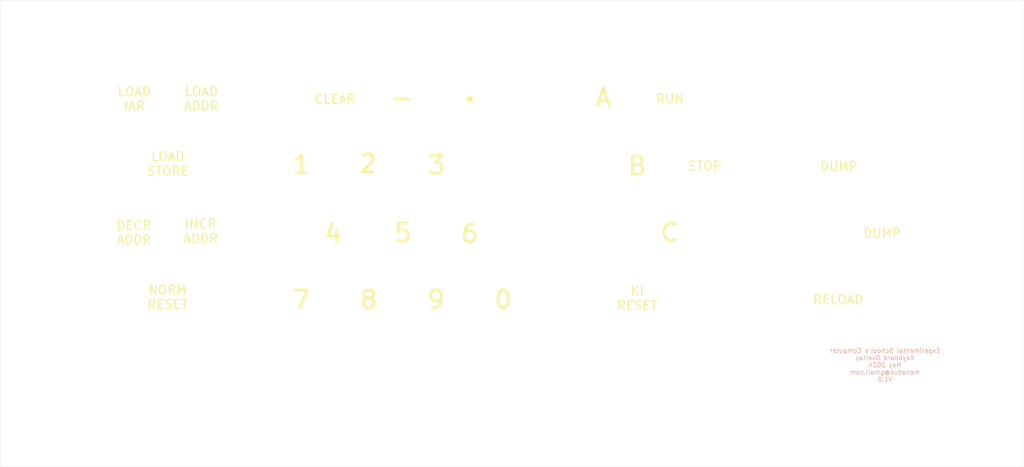
<source format=kicad_pcb>
(kicad_pcb (version 20171130) (host pcbnew 5.1.5+dfsg1-2build2)

  (general
    (thickness 1.6)
    (drawings 34)
    (tracks 0)
    (zones 0)
    (modules 0)
    (nets 1)
  )

  (page A4)
  (layers
    (0 F.Cu signal hide)
    (31 B.Cu signal)
    (32 B.Adhes user)
    (33 F.Adhes user hide)
    (34 B.Paste user)
    (35 F.Paste user)
    (36 B.SilkS user)
    (37 F.SilkS user)
    (38 B.Mask user)
    (39 F.Mask user)
    (40 Dwgs.User user)
    (41 Cmts.User user)
    (42 Eco1.User user)
    (43 Eco2.User user)
    (44 Edge.Cuts user)
    (45 Margin user)
    (46 B.CrtYd user)
    (47 F.CrtYd user)
    (48 B.Fab user)
    (49 F.Fab user)
  )

  (setup
    (last_trace_width 0.25)
    (trace_clearance 0.2)
    (zone_clearance 0.508)
    (zone_45_only no)
    (trace_min 0.2)
    (via_size 0.8)
    (via_drill 0.4)
    (via_min_size 0.4)
    (via_min_drill 0.3)
    (user_via 3.5 3.1)
    (uvia_size 0.3)
    (uvia_drill 0.1)
    (uvias_allowed no)
    (uvia_min_size 0.2)
    (uvia_min_drill 0.1)
    (edge_width 0.05)
    (segment_width 0.2)
    (pcb_text_width 0.3)
    (pcb_text_size 1.5 1.5)
    (mod_edge_width 0.12)
    (mod_text_size 1 1)
    (mod_text_width 0.15)
    (pad_size 1.524 1.524)
    (pad_drill 0.762)
    (pad_to_mask_clearance 0.051)
    (solder_mask_min_width 0.25)
    (aux_axis_origin 0 0)
    (grid_origin 28.9 145.2)
    (visible_elements FFFFFF7F)
    (pcbplotparams
      (layerselection 0x010fc_ffffffff)
      (usegerberextensions false)
      (usegerberattributes false)
      (usegerberadvancedattributes false)
      (creategerberjobfile false)
      (excludeedgelayer true)
      (linewidth 0.100000)
      (plotframeref false)
      (viasonmask false)
      (mode 1)
      (useauxorigin false)
      (hpglpennumber 1)
      (hpglpenspeed 20)
      (hpglpendiameter 15.000000)
      (psnegative false)
      (psa4output false)
      (plotreference true)
      (plotvalue true)
      (plotinvisibletext false)
      (padsonsilk false)
      (subtractmaskfromsilk false)
      (outputformat 1)
      (mirror false)
      (drillshape 0)
      (scaleselection 1)
      (outputdirectory "/tree/projects/github/experimental-computer-for-schools/pcbs/touch_keyboard/touch_with_qt/overlay1/fab1/"))
  )

  (net 0 "")

  (net_class Default "This is the default net class."
    (clearance 0.2)
    (trace_width 0.25)
    (via_dia 0.8)
    (via_drill 0.4)
    (uvia_dia 0.3)
    (uvia_drill 0.1)
  )

  (gr_text "LOAD\nSTORE" (at 66.3904 77.3312) (layer F.SilkS)
    (effects (font (size 2 2) (thickness 0.3)))
  )
  (gr_text "Experimental School's Computer\nKeyboard Overlay\nMay 2024\nmenadue@gmail.com\nV1.0" (at 226.8 122.4) (layer B.SilkS)
    (effects (font (size 1 1) (thickness 0.15)) (justify mirror))
  )
  (gr_text RELOAD (at 216.352 107.7604) (layer F.SilkS)
    (effects (font (size 2 2) (thickness 0.3)))
  )
  (gr_text DUMP (at 226.1564 92.876) (layer F.SilkS)
    (effects (font (size 2 2) (thickness 0.3)))
  )
  (gr_text DUMP (at 216.5044 77.89) (layer F.SilkS)
    (effects (font (size 2 2) (thickness 0.3)))
  )
  (gr_text C (at 178.7092 92.7744) (layer F.SilkS)
    (effects (font (size 4 4) (thickness 0.6)))
  )
  (gr_text B (at 171.394 77.7884) (layer F.SilkS)
    (effects (font (size 4 4) (thickness 0.6)))
  )
  (gr_text A (at 163.8248 62.4976) (layer F.SilkS)
    (effects (font (size 4 4) (thickness 0.6)))
  )
  (gr_text "KI\nRESET" (at 171.394 107.4556) (layer F.SilkS)
    (effects (font (size 2 2) (thickness 0.3)))
  )
  (gr_text STOP (at 186.4816 77.8392) (layer F.SilkS)
    (effects (font (size 2 2) (thickness 0.3)))
  )
  (gr_text RUN (at 178.7092 62.7516) (layer F.SilkS)
    (effects (font (size 2 2) (thickness 0.3)))
  )
  (gr_text 0 (at 141.422 107.7604) (layer F.SilkS)
    (effects (font (size 4 4) (thickness 0.6)))
  )
  (gr_text 9 (at 126.3852 107.7604) (layer F.SilkS)
    (effects (font (size 4 4) (thickness 0.6)))
  )
  (gr_text 8 (at 111.3484 107.8112) (layer F.SilkS)
    (effects (font (size 4 4) (thickness 0.6)))
  )
  (gr_text 7 (at 96.2608 107.8112) (layer F.SilkS)
    (effects (font (size 4 4) (thickness 0.6)))
  )
  (gr_text 6 (at 133.9544 92.9776) (layer F.SilkS)
    (effects (font (size 4 4) (thickness 0.6)))
  )
  (gr_text 5 (at 118.9684 92.8252) (layer F.SilkS)
    (effects (font (size 4 4) (thickness 0.6)))
  )
  (gr_text 4 (at 103.4236 92.9776) (layer F.SilkS)
    (effects (font (size 4 4) (thickness 0.6)))
  )
  (gr_text 3 (at 126.5376 77.636) (layer F.SilkS)
    (effects (font (size 4 4) (thickness 0.6)))
  )
  (gr_text 2 (at 111.196 77.3312) (layer F.SilkS)
    (effects (font (size 4 4) (thickness 0.6)))
  )
  (gr_text 1 (at 96.3116 77.4836) (layer F.SilkS)
    (effects (font (size 4 4) (thickness 0.6)))
  )
  (gr_text . (at 133.9544 60.364) (layer F.SilkS)
    (effects (font (size 6 6) (thickness 1)))
  )
  (gr_text - (at 118.7652 62.5484) (layer F.SilkS)
    (effects (font (size 4 4) (thickness 0.6)))
  )
  (gr_text CLEAR (at 103.7792 62.8532) (layer F.SilkS)
    (effects (font (size 2 2) (thickness 0.3)))
  )
  (gr_text "NORM\nRESET" (at 66.3396 107.2016) (layer F.SilkS)
    (effects (font (size 2 2) (thickness 0.3)))
  )
  (gr_text "INCR\nADDR" (at 73.7564 92.4188) (layer F.SilkS)
    (effects (font (size 2 2) (thickness 0.3)))
  )
  (gr_text "DECR\nADDR" (at 58.8212 92.7744) (layer F.SilkS)
    (effects (font (size 2 2) (thickness 0.3)))
  )
  (gr_text "LOAD\nADDR" (at 73.9088 62.8024) (layer F.SilkS)
    (effects (font (size 2 2) (thickness 0.3)))
  )
  (gr_text "LOAD\nIAR" (at 58.9228 62.8024) (layer F.SilkS)
    (effects (font (size 2 2) (thickness 0.3)))
  )
  (gr_line (start 28.9 145.2) (end 29.9 145.2) (layer Edge.Cuts) (width 0.05) (tstamp 66364387))
  (gr_line (start 28.9 40.7) (end 28.9 145.2) (layer Edge.Cuts) (width 0.05))
  (gr_line (start 257.9 40.7) (end 28.9 40.7) (layer Edge.Cuts) (width 0.05))
  (gr_line (start 257.9 145.2) (end 257.9 40.7) (layer Edge.Cuts) (width 0.05))
  (gr_line (start 29.9 145.2) (end 257.9 145.2) (layer Edge.Cuts) (width 0.05))

)

</source>
